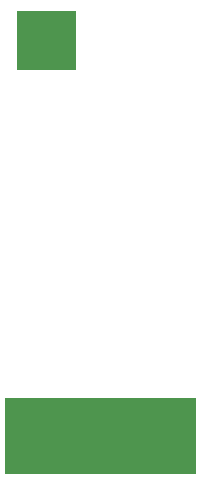
<source format=gbs>
G04 Filename: MyAnt.gbs*
G04 FileFunction: Soldermask,Bot*
G04 Part: Single*
G04 ProjectId: MyAnt,3C562D9BC1F7CBD279EDE99D0E60B229,1*
G04 GenerationSoftware: MathWorks,MATLAB,9.13.0.2049777 (R2022b)*
G04 CreationDate: 2022-11-11T10:44:32-0800*
G04 FilePolarity: Positive*
%FSLAX16Y16*%
%MOIN*%
G04 Clear mask for SMT coax connector*
G36*
G01*
X0021654Y-0108268D02*
X0218504D01*
Y0088583D01*
X0021654D01*
Y-0108268D01*
D02*
G37*
G36*
X-0019685Y-1455197D02*
X0618110D01*
Y-1200787D01*
X-0019685D01*
Y-1455197D01*
D02*
G37*
G36*
D02*
X0618110D01*
Y-1200787D01*
X-0019685D01*
Y-1455197D01*
D02*
G37*
G36*
D02*
X0618110D01*
Y-1200787D01*
X-0019685D01*
Y-1455197D01*
D02*
G37*
G04 MD5: f0aa50221ec32897e11422726535b7b15e186c8be37fbe125ffc0276019c6dd9b3f2163311721339822582237c22cb44fe68e7ae9c353711d7ddd987d9c076*
M02*

</source>
